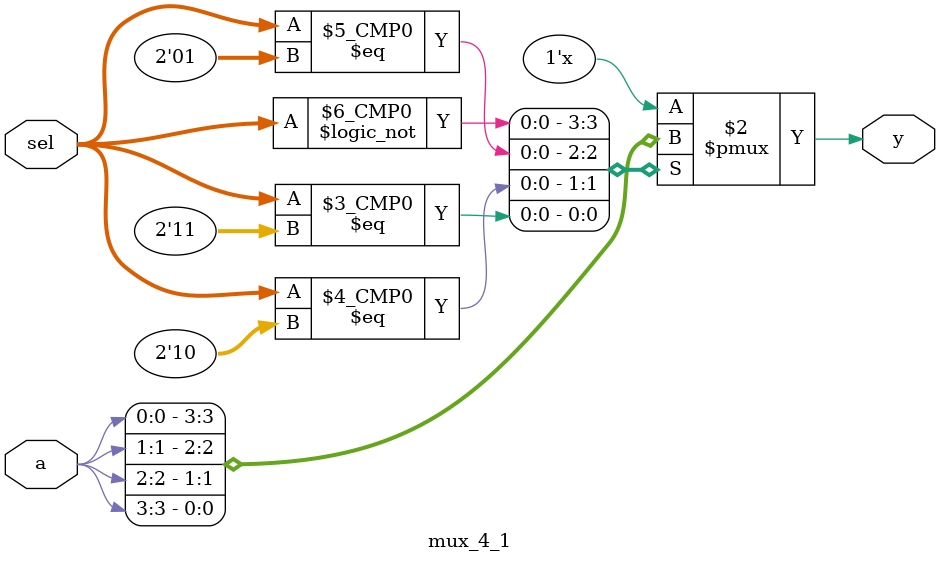
<source format=sv>
module mux_4_1(
  input wire[3:0]a,
  input wire [1:0]sel,
  output reg y);
  
always @(*)begin
    case(sel)
                2'b00:y=a[0];
                2'b01:y=a[1];
                2'b10:y=a[2];
                2'b11:y=a[3]; 
      default y=0;
    endcase
      end
      endmodule

</source>
